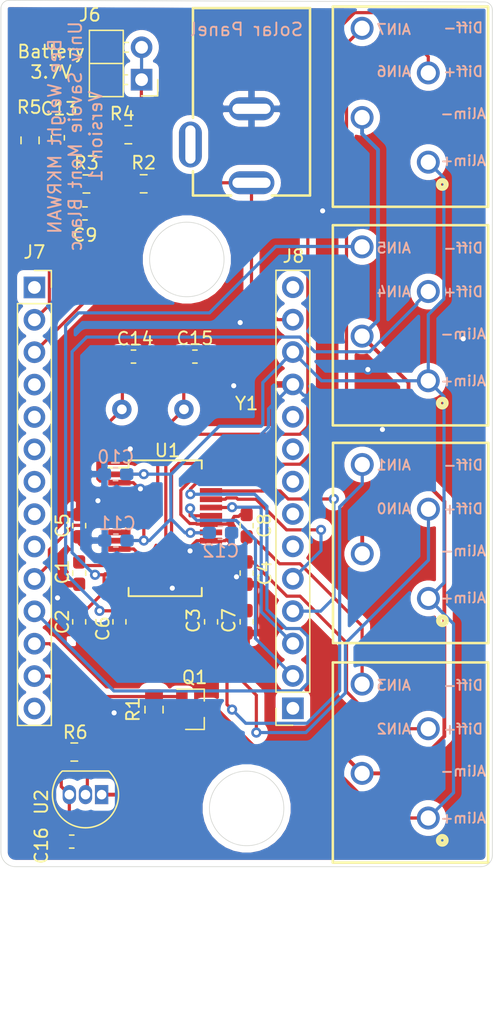
<source format=kicad_pcb>
(kicad_pcb (version 20171130) (host pcbnew "(5.1.5)-3")
  (title_block (title "Mesure Poids ADS1241 MKRWAN1310") (date 2021-05-01))
  (layers (0 F.Cu signal) (31 B.Cu signal) (34 B.Paste user) (35 F.Paste user) (36 B.SilkS user) (37 F.SilkS user) (38 B.Mask user) (39 F.Mask user) (44 Edge.Cuts user))
  (net 0 "")
  (net 1 GND)
  (net 2 /AIN1)
  (net 3 /AIN4)
  (net 4 /AIN6)
  (net 5 /AIN2)
  (net 6 /AIN0)
  (net 7 /AIN5)
  (net 8 /AIN7)
  (net 9 /AIN3)
  (net 10 /A1_D16_Vin)
  (net 11 /3V3)
  (net 12 /A0_D15_3V7_BAT)
  (net 13 "Net-(C14-Pad2)")
  (net 14 "Net-(C15-Pad1)")
  (net 15 /GND_LowPower)
  (net 16 "Net-(J6-Pad1)")
  (net 17 /AREF)
  (net 18 /A2_D17)
  (net 19 /A3_D19)
  (net 20 /A4_D19)
  (net 21 /A5_D20)
  (net 22 /A6_D21)
  (net 23 /D0)
  (net 24 /D1_PDWN)
  (net 25 /D2_DRDY)
  (net 26 /D3_CMD_MOS)
  (net 27 /D4_DS1820_DQ)
  (net 28 /D5)
  (net 29 /5V)
  (net 30 /Vin)
  (net 31 /RESET)
  (net 32 /D14_TX)
  (net 33 /D13_RX)
  (net 34 /D12_SCL)
  (net 35 /D11_SDA)
  (net 36 /D10_MISO)
  (net 37 /D9_SCLK)
  (net 38 /D8_MOSI)
  (net 39 /D7_CS)
  (net 40 /D6_USER_LED)
  (net 41 "Net-(J9-Pad3)")
  (module Connector_PinHeader_2.54mm:PinHeader_1x02_P2.54mm_Horizontal (layer F.Cu) (at 162.052 55.88 180)
    (fp_text reference J6 (at 4.064 5.08 180) (layer F.SilkS))
    (fp_text value Conn_01x02_Male)
    (pad 1 thru_hole rect (at 0 0 180) (size 1.7 1.7) (drill 1) (layers *.Cu *.Mask) (net 16 "Net-(J6-Pad1)"))
    (pad 2 thru_hole oval (at 0 2.54 180) (size 1.7 1.7) (drill 1) (layers *.Cu *.Mask) (net 16 "Net-(J6-Pad1)"))
  )
  (module USMB_Syl_Mont:Crystal-4Mhz-TH-Wurth-830027298B (layer F.Cu) (at 162.941 81.7372)
    (fp_text reference Y1 (at 7.366 -0.4572) (layer F.SilkS))
    (fp_text value Crystal)
    (pad 2 thru_hole circle (at 2.4384 0) (size 1.524 1.524) (drill 0.762) (layers *.Cu *.Mask) (net 14 "Net-(C15-Pad1)"))
    (pad 1 thru_hole circle (at -2.4384 0) (size 1.524 1.524) (drill 0.762) (layers *.Cu *.Mask) (net 13 "Net-(C14-Pad2)"))
  )
  (module Connector_PinSocket_2.54mm:PinSocket_1x14_P2.54mm_Vertical (layer F.Cu) (at 173.9392 105.1814 180)
    (fp_text reference J8 (at -0.0508 35.4584) (layer F.SilkS))
    (fp_text value Conn_01x14_Female)
    (pad 14 thru_hole oval (at 0 33.02 180) (size 1.7 1.7) (drill 1) (layers *.Cu *.Mask) (net 29 /5V))
    (pad 13 thru_hole oval (at 0 30.48 180) (size 1.7 1.7) (drill 1) (layers *.Cu *.Mask) (net 30 /Vin))
    (pad 12 thru_hole oval (at 0 27.94 180) (size 1.7 1.7) (drill 1) (layers *.Cu *.Mask) (net 11 /3V3))
    (pad 11 thru_hole oval (at 0 25.4 180) (size 1.7 1.7) (drill 1) (layers *.Cu *.Mask) (net 1 GND))
    (pad 10 thru_hole oval (at 0 22.86 180) (size 1.7 1.7) (drill 1) (layers *.Cu *.Mask) (net 31 /RESET))
    (pad 9 thru_hole oval (at 0 20.32 180) (size 1.7 1.7) (drill 1) (layers *.Cu *.Mask) (net 32 /D14_TX))
    (pad 8 thru_hole oval (at 0 17.78 180) (size 1.7 1.7) (drill 1) (layers *.Cu *.Mask) (net 33 /D13_RX))
    (pad 7 thru_hole oval (at 0 15.24 180) (size 1.7 1.7) (drill 1) (layers *.Cu *.Mask) (net 34 /D12_SCL))
    (pad 6 thru_hole oval (at 0 12.7 180) (size 1.7 1.7) (drill 1) (layers *.Cu *.Mask) (net 35 /D11_SDA))
    (pad 5 thru_hole oval (at 0 10.16 180) (size 1.7 1.7) (drill 1) (layers *.Cu *.Mask) (net 36 /D10_MISO))
    (pad 4 thru_hole oval (at 0 7.62 180) (size 1.7 1.7) (drill 1) (layers *.Cu *.Mask) (net 37 /D9_SCLK))
    (pad 3 thru_hole oval (at 0 5.08 180) (size 1.7 1.7) (drill 1) (layers *.Cu *.Mask) (net 38 /D8_MOSI))
    (pad 2 thru_hole oval (at 0 2.54 180) (size 1.7 1.7) (drill 1) (layers *.Cu *.Mask) (net 39 /D7_CS))
    (pad 1 thru_hole rect (at 0 0 180) (size 1.7 1.7) (drill 1) (layers *.Cu *.Mask) (net 40 /D6_USER_LED))
  )
  (module Connector_PinSocket_2.54mm:PinSocket_1x14_P2.54mm_Vertical (layer F.Cu) (at 153.6319 72.1741)
    (fp_text reference J7 (at 0 -2.77) (layer F.SilkS))
    (fp_text value Conn_01x14_Female)
    (pad 14 thru_hole oval (at 0 33.02) (size 1.7 1.7) (drill 1) (layers *.Cu *.Mask) (net 28 /D5))
    (pad 13 thru_hole oval (at 0 30.48) (size 1.7 1.7) (drill 1) (layers *.Cu *.Mask) (net 27 /D4_DS1820_DQ))
    (pad 12 thru_hole oval (at 0 27.94) (size 1.7 1.7) (drill 1) (layers *.Cu *.Mask) (net 26 /D3_CMD_MOS))
    (pad 11 thru_hole oval (at 0 25.4) (size 1.7 1.7) (drill 1) (layers *.Cu *.Mask) (net 25 /D2_DRDY))
    (pad 10 thru_hole oval (at 0 22.86) (size 1.7 1.7) (drill 1) (layers *.Cu *.Mask) (net 24 /D1_PDWN))
    (pad 9 thru_hole oval (at 0 20.32) (size 1.7 1.7) (drill 1) (layers *.Cu *.Mask) (net 23 /D0))
    (pad 8 thru_hole oval (at 0 17.78) (size 1.7 1.7) (drill 1) (layers *.Cu *.Mask) (net 22 /A6_D21))
    (pad 7 thru_hole oval (at 0 15.24) (size 1.7 1.7) (drill 1) (layers *.Cu *.Mask) (net 21 /A5_D20))
    (pad 6 thru_hole oval (at 0 12.7) (size 1.7 1.7) (drill 1) (layers *.Cu *.Mask) (net 20 /A4_D19))
    (pad 5 thru_hole oval (at 0 10.16) (size 1.7 1.7) (drill 1) (layers *.Cu *.Mask) (net 19 /A3_D19))
    (pad 4 thru_hole oval (at 0 7.62) (size 1.7 1.7) (drill 1) (layers *.Cu *.Mask) (net 18 /A2_D17))
    (pad 3 thru_hole oval (at 0 5.08) (size 1.7 1.7) (drill 1) (layers *.Cu *.Mask) (net 10 /A1_D16_Vin))
    (pad 2 thru_hole oval (at 0 2.54) (size 1.7 1.7) (drill 1) (layers *.Cu *.Mask) (net 12 /A0_D15_3V7_BAT))
    (pad 1 thru_hole rect (at 0 0) (size 1.7 1.7) (drill 1) (layers *.Cu *.Mask) (net 17 /AREF))
  )
  (module Capacitor_SMD:C_0603_1608Metric_Pad1.05x0.95mm_HandSolder (layer F.Cu) (at 157.1498 94.5769 270)
    (fp_text reference C1 (at -0.0889 1.3208 90) (layer F.SilkS))
    (fp_text value 10nF)
    (pad 2 smd roundrect (at 0.875 0 270) (size 1.05 0.95) (layers F.Cu F.Paste F.Mask) (net 1 GND))
    (pad 1 smd roundrect (at -0.875 0 270) (size 1.05 0.95) (layers F.Cu F.Paste F.Mask) (net 2 /AIN1))
  )
  (module Capacitor_SMD:C_0603_1608Metric_Pad1.05x0.95mm_HandSolder (layer F.Cu) (at 157.1498 98.3996 270)
    (fp_text reference C2 (at 0 1.3208 90) (layer F.SilkS))
    (fp_text value 10nF)
    (pad 2 smd roundrect (at 0.875 0 270) (size 1.05 0.95) (layers F.Cu F.Paste F.Mask) (net 1 GND))
    (pad 1 smd roundrect (at -0.875 0 270) (size 1.05 0.95) (layers F.Cu F.Paste F.Mask) (net 3 /AIN4))
  )
  (module Capacitor_SMD:C_0603_1608Metric_Pad1.05x0.95mm_HandSolder (layer F.Cu) (at 167.513 98.3996 270)
    (fp_text reference C3 (at -0.1016 1.397 90) (layer F.SilkS))
    (fp_text value 10nF)
    (pad 1 smd roundrect (at -0.875 0 270) (size 1.05 0.95) (layers F.Cu F.Paste F.Mask) (net 4 /AIN6))
    (pad 2 smd roundrect (at 0.875 0 270) (size 1.05 0.95) (layers F.Cu F.Paste F.Mask) (net 1 GND))
  )
  (module Capacitor_SMD:C_0603_1608Metric_Pad1.05x0.95mm_HandSolder (layer F.Cu) (at 170.307 94.5769 270)
    (fp_text reference C4 (at 0 -1.43 270) (layer F.SilkS))
    (fp_text value 10nF)
    (pad 1 smd roundrect (at -0.875 0 270) (size 1.05 0.95) (layers F.Cu F.Paste F.Mask) (net 5 /AIN2))
    (pad 2 smd roundrect (at 0.875 0 270) (size 1.05 0.95) (layers F.Cu F.Paste F.Mask) (net 1 GND))
  )
  (module Capacitor_SMD:C_0603_1608Metric_Pad1.05x0.95mm_HandSolder (layer F.Cu) (at 157.1498 90.8558 90)
    (fp_text reference C5 (at 0 -1.3208 90) (layer F.SilkS))
    (fp_text value 10nF)
    (pad 1 smd roundrect (at -0.875 0 90) (size 1.05 0.95) (layers F.Cu F.Paste F.Mask) (net 6 /AIN0))
    (pad 2 smd roundrect (at 0.875 0 90) (size 1.05 0.95) (layers F.Cu F.Paste F.Mask) (net 1 GND))
  )
  (module Capacitor_SMD:C_0603_1608Metric_Pad1.05x0.95mm_HandSolder (layer F.Cu) (at 160.3121 98.3996 270)
    (fp_text reference C6 (at 0.5334 1.3081 90) (layer F.SilkS))
    (fp_text value 10nF)
    (pad 1 smd roundrect (at -0.875 0 270) (size 1.05 0.95) (layers F.Cu F.Paste F.Mask) (net 7 /AIN5))
    (pad 2 smd roundrect (at 0.875 0 270) (size 1.05 0.95) (layers F.Cu F.Paste F.Mask) (net 1 GND))
  )
  (module Capacitor_SMD:C_0603_1608Metric_Pad1.05x0.95mm_HandSolder (layer F.Cu) (at 170.307 98.3996 270)
    (fp_text reference C7 (at -0.1016 1.397 90) (layer F.SilkS))
    (fp_text value 10nF)
    (pad 2 smd roundrect (at 0.875 0 270) (size 1.05 0.95) (layers F.Cu F.Paste F.Mask) (net 1 GND))
    (pad 1 smd roundrect (at -0.875 0 270) (size 1.05 0.95) (layers F.Cu F.Paste F.Mask) (net 8 /AIN7))
  )
  (module Capacitor_SMD:C_0603_1608Metric_Pad1.05x0.95mm_HandSolder (layer F.Cu) (at 170.307 90.8558 90)
    (fp_text reference C8 (at 0 1.397 90) (layer F.SilkS))
    (fp_text value 10nF)
    (pad 2 smd roundrect (at 0.875 0 90) (size 1.05 0.95) (layers F.Cu F.Paste F.Mask) (net 1 GND))
    (pad 1 smd roundrect (at -0.875 0 90) (size 1.05 0.95) (layers F.Cu F.Paste F.Mask) (net 9 /AIN3))
  )
  (module Capacitor_SMD:C_0603_1608Metric_Pad1.05x0.95mm_HandSolder (layer F.Cu) (at 157.607 66.3702 180)
    (fp_text reference C9 (at 0 -1.7018 180) (layer F.SilkS))
    (fp_text value 100nF)
    (pad 1 smd roundrect (at -0.875 0 180) (size 1.05 0.95) (layers F.Cu F.Paste F.Mask) (net 10 /A1_D16_Vin))
    (pad 2 smd roundrect (at 0.875 0 180) (size 1.05 0.95) (layers F.Cu F.Paste F.Mask) (net 1 GND))
  )
  (module Capacitor_SMD:C_0603_1608Metric_Pad1.05x0.95mm_HandSolder (layer B.Cu) (at 160.0073 86.8172)
    (fp_text reference C10 (at 0.0127 -1.3462 180) (layer B.SilkS) (effects (justify mirror)))
    (fp_text value 100nF)
    (pad 1 smd roundrect (at -0.875 0) (size 1.05 0.95) (layers B.Cu B.Paste B.Mask) (net 1 GND))
    (pad 2 smd roundrect (at 0.875 0) (size 1.05 0.95) (layers B.Cu B.Paste B.Mask) (net 11 /3V3))
  )
  (module Capacitor_SMD:C_0603_1608Metric_Pad1.05x0.95mm_HandSolder (layer B.Cu) (at 160.0327 92.0242)
    (fp_text reference C11 (at 0.1143 -1.3462) (layer B.SilkS) (effects (justify mirror)))
    (fp_text value 100nF)
    (pad 2 smd roundrect (at 0.875 0) (size 1.05 0.95) (layers B.Cu B.Paste B.Mask) (net 11 /3V3))
    (pad 1 smd roundrect (at -0.875 0) (size 1.05 0.95) (layers B.Cu B.Paste B.Mask) (net 1 GND))
  )
  (module Capacitor_SMD:C_0603_1608Metric_Pad1.05x0.95mm_HandSolder (layer B.Cu) (at 168.2496 91.4146 180)
    (fp_text reference C12 (at -0.0254 -1.4224) (layer B.SilkS) (effects (justify mirror)))
    (fp_text value 100nF)
    (pad 1 smd roundrect (at -0.875 0 180) (size 1.05 0.95) (layers B.Cu B.Paste B.Mask) (net 1 GND))
    (pad 2 smd roundrect (at 0.875 0 180) (size 1.05 0.95) (layers B.Cu B.Paste B.Mask) (net 11 /3V3))
  )
  (module Capacitor_SMD:C_0603_1608Metric_Pad1.05x0.95mm_HandSolder (layer F.Cu) (at 155.4734 60.4393 90)
    (fp_text reference C13 (at 2.2733 0.1016 180) (layer F.SilkS))
    (fp_text value 100nF)
    (pad 1 smd roundrect (at -0.875 0 90) (size 1.05 0.95) (layers F.Cu F.Paste F.Mask) (net 12 /A0_D15_3V7_BAT))
    (pad 2 smd roundrect (at 0.875 0 90) (size 1.05 0.95) (layers F.Cu F.Paste F.Mask) (net 1 GND))
  )
  (module Capacitor_SMD:C_0603_1608Metric_Pad1.05x0.95mm_HandSolder (layer F.Cu) (at 161.417 77.597 180)
    (fp_text reference C14 (at -0.127 1.397) (layer F.SilkS))
    (fp_text value 18pF)
    (pad 2 smd roundrect (at 0.875 0 180) (size 1.05 0.95) (layers F.Cu F.Paste F.Mask) (net 13 "Net-(C14-Pad2)"))
    (pad 1 smd roundrect (at -0.875 0 180) (size 1.05 0.95) (layers F.Cu F.Paste F.Mask) (net 1 GND))
  )
  (module Capacitor_SMD:C_0603_1608Metric_Pad1.05x0.95mm_HandSolder (layer F.Cu) (at 166.243 77.597)
    (fp_text reference C15 (at 0 -1.43) (layer F.SilkS))
    (fp_text value 18pF)
    (pad 2 smd roundrect (at 0.875 0) (size 1.05 0.95) (layers F.Cu F.Paste F.Mask) (net 1 GND))
    (pad 1 smd roundrect (at -0.875 0) (size 1.05 0.95) (layers F.Cu F.Paste F.Mask) (net 14 "Net-(C15-Pad1)"))
  )
  (module Capacitor_SMD:C_0603_1608Metric_Pad1.05x0.95mm_HandSolder (layer F.Cu) (at 156.5651 115.6335)
    (fp_text reference C16 (at -2.3871 0.3175 270) (layer F.SilkS))
    (fp_text value 100n)
    (pad 2 smd roundrect (at 0.875 0) (size 1.05 0.95) (layers F.Cu F.Paste F.Mask) (net 11 /3V3))
    (pad 1 smd roundrect (at -0.875 0) (size 1.05 0.95) (layers F.Cu F.Paste F.Mask) (net 1 GND))
  )
  (module "USMB_Syl_Mont:TermBlock_1x04_P3.50mm Wurth_691412120004B" (layer F.Cu) (at 181.9783 74.2442 90)
    (fp_text reference J2 hide)
    (fp_text value 691412120004B hide)
    (pad 4 thru_hole circle (at 5.25 -2.6 90) (size 1.8 1.8) (drill 1.2) (layers *.Cu *.Mask) (net 7 /AIN5))
    (pad 3 thru_hole circle (at 1.75 2.6 90) (size 1.8 1.8) (drill 1.2) (layers *.Cu *.Mask) (net 3 /AIN4))
    (pad 2 thru_hole circle (at -1.75 -2.6 90) (size 1.8 1.8) (drill 1.2) (layers *.Cu *.Mask) (net 15 /GND_LowPower))
    (pad 1 thru_hole circle (at -5.25 2.6 90) (size 1.8 1.8) (drill 1.2) (layers *.Cu *.Mask) (net 11 /3V3))
  )
  (module "USMB_Syl_Mont:TermBlock_1x04_P3.50mm Wurth_691412120004B" (layer F.Cu) (at 181.9783 57.0992 90)
    (fp_text reference J3 hide)
    (fp_text value 691412120004B hide)
    (pad 1 thru_hole circle (at -5.25 2.6 90) (size 1.8 1.8) (drill 1.2) (layers *.Cu *.Mask) (net 11 /3V3))
    (pad 2 thru_hole circle (at -1.75 -2.6 90) (size 1.8 1.8) (drill 1.2) (layers *.Cu *.Mask) (net 15 /GND_LowPower))
    (pad 3 thru_hole circle (at 1.75 2.6 90) (size 1.8 1.8) (drill 1.2) (layers *.Cu *.Mask) (net 4 /AIN6))
    (pad 4 thru_hole circle (at 5.25 -2.6 90) (size 1.8 1.8) (drill 1.2) (layers *.Cu *.Mask) (net 8 /AIN7))
  )
  (module "USMB_Syl_Mont:TermBlock_1x04_P3.50mm Wurth_691412120004B" (layer F.Cu) (at 181.9783 108.5342 90)
    (fp_text reference J4 hide)
    (fp_text value 691412120004B hide)
    (pad 1 thru_hole circle (at -5.25 2.6 90) (size 1.8 1.8) (drill 1.2) (layers *.Cu *.Mask) (net 11 /3V3))
    (pad 2 thru_hole circle (at -1.75 -2.6 90) (size 1.8 1.8) (drill 1.2) (layers *.Cu *.Mask) (net 15 /GND_LowPower))
    (pad 3 thru_hole circle (at 1.75 2.6 90) (size 1.8 1.8) (drill 1.2) (layers *.Cu *.Mask) (net 5 /AIN2))
    (pad 4 thru_hole circle (at 5.25 -2.6 90) (size 1.8 1.8) (drill 1.2) (layers *.Cu *.Mask) (net 9 /AIN3))
  )
  (module "USMB_Syl_Mont:TermBlock_1x04_P3.50mm Wurth_691412120004B" (layer F.Cu) (at 181.991 91.313 90)
    (fp_text reference J5 hide)
    (fp_text value 691412120004B hide)
    (pad 4 thru_hole circle (at 5.25 -2.6 90) (size 1.8 1.8) (drill 1.2) (layers *.Cu *.Mask) (net 2 /AIN1))
    (pad 3 thru_hole circle (at 1.75 2.6 90) (size 1.8 1.8) (drill 1.2) (layers *.Cu *.Mask) (net 6 /AIN0))
    (pad 2 thru_hole circle (at -1.75 -2.6 90) (size 1.8 1.8) (drill 1.2) (layers *.Cu *.Mask) (net 15 /GND_LowPower))
    (pad 1 thru_hole circle (at -5.25 2.6 90) (size 1.8 1.8) (drill 1.2) (layers *.Cu *.Mask) (net 11 /3V3))
  )
  (module "USMB_Syl_Mont:Jack_DC_2.1mm Wurth_694108301002" (layer F.Cu) (at 170.688 58.166 270)
    (fp_text reference J9 hide)
    (fp_text value 694108301002 hide)
    (pad 2 thru_hole oval (at 0 0 270) (size 1.8 3.6) (drill oval 0.8 3) (layers *.Cu *.Mask) (net 1 GND))
    (pad 1 thru_hole oval (at 5.8 0 270) (size 1.8 3.6) (drill oval 0.8 3) (layers *.Cu *.Mask) (net 30 /Vin))
    (pad 3 thru_hole oval (at 2.8 4.8 270) (size 3.6 1.8) (drill oval 3 0.8) (layers *.Cu *.Mask) (net 41 "Net-(J9-Pad3)"))
  )
  (module Package_TO_SOT_SMD:SOT-23 (layer F.Cu) (at 166.2176 105.2576)
    (fp_text reference Q1 (at 0 -2.5) (layer F.SilkS))
    (fp_text value IRLML2244 hide)
    (pad 1 smd rect (at -1 -0.95) (size 0.9 0.8) (layers F.Cu F.Paste F.Mask) (net 26 /D3_CMD_MOS))
    (pad 2 smd rect (at -1 0.95) (size 0.9 0.8) (layers F.Cu F.Paste F.Mask) (net 1 GND))
    (pad 3 smd rect (at 1 0) (size 0.9 0.8) (layers F.Cu F.Paste F.Mask) (net 15 /GND_LowPower))
  )
  (module Resistor_SMD:R_0805_2012Metric_Pad1.15x1.40mm_HandSolder (layer F.Cu) (at 163.0299 105.283 90)
    (fp_text reference R1 (at 0 -1.65 90) (layer F.SilkS))
    (fp_text value 1M)
    (pad 2 smd roundrect (at 1.025 0 90) (size 1.15 1.4) (layers F.Cu F.Paste F.Mask) (roundrect_rratio 0.217391) (net 26 /D3_CMD_MOS))
    (pad 1 smd roundrect (at -1.025 0 90) (size 1.15 1.4) (layers F.Cu F.Paste F.Mask) (roundrect_rratio 0.217391) (net 1 GND))
  )
  (module Resistor_SMD:R_0805_2012Metric_Pad1.15x1.40mm_HandSolder (layer F.Cu) (at 162.2171 64.0461)
    (fp_text reference R2 (at 0 -1.65 -180) (layer F.SilkS))
    (fp_text value 560k)
    (pad 1 smd roundrect (at -1.025 0) (size 1.15 1.4) (layers F.Cu F.Paste F.Mask) (roundrect_rratio 0.217391) (net 10 /A1_D16_Vin))
    (pad 2 smd roundrect (at 1.025 0) (size 1.15 1.4) (layers F.Cu F.Paste F.Mask) (roundrect_rratio 0.217391) (net 30 /Vin))
  )
  (module Resistor_SMD:R_0805_2012Metric_Pad1.15x1.40mm_HandSolder (layer F.Cu) (at 157.7213 64.0588)
    (fp_text reference R3 (at 0 -1.65 -180) (layer F.SilkS))
    (fp_text value 100k)
    (pad 2 smd roundrect (at 1.025 0) (size 1.15 1.4) (layers F.Cu F.Paste F.Mask) (roundrect_rratio 0.217391) (net 10 /A1_D16_Vin))
    (pad 1 smd roundrect (at -1.025 0) (size 1.15 1.4) (layers F.Cu F.Paste F.Mask) (roundrect_rratio 0.217391) (net 1 GND))
  )
  (module Resistor_SMD:R_0805_2012Metric_Pad1.15x1.40mm_HandSolder (layer F.Cu) (at 161.0106 60.198 180)
    (fp_text reference R4 (at 0.4826 1.651 180) (layer F.SilkS))
    (fp_text value 330k)
    (pad 2 smd roundrect (at 1.025 0 180) (size 1.15 1.4) (layers F.Cu F.Paste F.Mask) (roundrect_rratio 0.217391) (net 12 /A0_D15_3V7_BAT))
    (pad 1 smd roundrect (at -1.025 0 180) (size 1.15 1.4) (layers F.Cu F.Paste F.Mask) (roundrect_rratio 0.217391) (net 16 "Net-(J6-Pad1)"))
  )
  (module Resistor_SMD:R_0805_2012Metric_Pad1.15x1.40mm_HandSolder (layer F.Cu) (at 153.289 60.6393 90)
    (fp_text reference R5 (at 2.6003 -0.0635 180) (layer F.SilkS))
    (fp_text value 1M)
    (pad 1 smd roundrect (at -1.025 0 90) (size 1.15 1.4) (layers F.Cu F.Paste F.Mask) (roundrect_rratio 0.217391) (net 12 /A0_D15_3V7_BAT))
    (pad 2 smd roundrect (at 1.025 0 90) (size 1.15 1.4) (layers F.Cu F.Paste F.Mask) (roundrect_rratio 0.217391) (net 1 GND))
  )
  (module Resistor_SMD:R_0805_2012Metric_Pad1.15x1.40mm_HandSolder (layer F.Cu) (at 156.7651 108.6104 180)
    (fp_text reference R6 (at -0.0799 1.5494) (layer F.SilkS))
    (fp_text value 4.7k)
    (pad 1 smd roundrect (at -1.025 0 180) (size 1.15 1.4) (layers F.Cu F.Paste F.Mask) (roundrect_rratio 0.217391) (net 27 /D4_DS1820_DQ))
    (pad 2 smd roundrect (at 1.025 0 180) (size 1.15 1.4) (layers F.Cu F.Paste F.Mask) (roundrect_rratio 0.217391) (net 11 /3V3))
  )
  (module USMB_Syl_Mont:ADS1241 (layer F.Cu) (at 163.9062 84.709)
    (fp_text reference U1 (at 0.1778 0.254) (layer F.SilkS))
    (fp_text value ADS1241 hide)
    (pad 14 smd rect (at -3.6 10.575) (size 1.75 0.45) (layers F.Cu F.Paste F.Mask) (net 7 /AIN5))
    (pad 28 smd rect (at 3.6 2.125) (size 1.75 0.45) (layers F.Cu F.Paste F.Mask) (net 1 GND))
    (pad 6 smd rect (at -3.6 5.375) (size 1.75 0.45) (layers F.Cu F.Paste F.Mask))
    (pad 24 smd rect (at 3.6 4.725) (size 1.75 0.45) (layers F.Cu F.Paste F.Mask) (net 38 /D8_MOSI))
    (pad 26 smd rect (at 3.6 3.425) (size 1.75 0.45) (layers F.Cu F.Paste F.Mask) (net 37 /D9_SCLK))
    (pad 11 smd rect (at -3.6 8.625) (size 1.75 0.45) (layers F.Cu F.Paste F.Mask) (net 6 /AIN0))
    (pad 17 smd rect (at 3.6 9.275) (size 1.75 0.45) (layers F.Cu F.Paste F.Mask) (net 5 /AIN2))
    (pad 12 smd rect (at -3.6 9.275) (size 1.75 0.45) (layers F.Cu F.Paste F.Mask) (net 2 /AIN1))
    (pad 9 smd rect (at -3.6 7.325) (size 1.75 0.45) (layers F.Cu F.Paste F.Mask) (net 11 /3V3))
    (pad 15 smd rect (at 3.6 10.575) (size 1.75 0.45) (layers F.Cu F.Paste F.Mask) (net 4 /AIN6))
    (pad 19 smd rect (at 3.6 7.975) (size 1.75 0.45) (layers F.Cu F.Paste F.Mask) (net 1 GND))
    (pad 20 smd rect (at 3.6 7.325) (size 1.75 0.45) (layers F.Cu F.Paste F.Mask) (net 1 GND))
    (pad 10 smd rect (at -3.6 7.975) (size 1.75 0.45) (layers F.Cu F.Paste F.Mask) (net 1 GND))
    (pad 22 smd rect (at 3.6 6.025) (size 1.75 0.45) (layers F.Cu F.Paste F.Mask) (net 1 GND))
    (pad 7 smd rect (at -3.6 6.025) (size 1.75 0.45) (layers F.Cu F.Paste F.Mask) (net 24 /D1_PDWN))
    (pad 21 smd rect (at 3.6 6.675) (size 1.75 0.45) (layers F.Cu F.Paste F.Mask) (net 11 /3V3))
    (pad 16 smd rect (at 3.6 9.925) (size 1.75 0.45) (layers F.Cu F.Paste F.Mask) (net 8 /AIN7))
    (pad 23 smd rect (at 3.6 5.375) (size 1.75 0.45) (layers F.Cu F.Paste F.Mask) (net 39 /D7_CS))
    (pad 18 smd rect (at 3.6 8.625) (size 1.75 0.45) (layers F.Cu F.Paste F.Mask) (net 9 /AIN3))
    (pad 27 smd rect (at 3.6 2.775) (size 1.75 0.45) (layers F.Cu F.Paste F.Mask) (net 25 /D2_DRDY))
    (pad 8 smd rect (at -3.6 6.675) (size 1.75 0.45) (layers F.Cu F.Paste F.Mask))
    (pad 25 smd rect (at 3.6 4.075) (size 1.75 0.45) (layers F.Cu F.Paste F.Mask) (net 36 /D10_MISO))
    (pad 13 smd rect (at -3.6 9.925) (size 1.75 0.45) (layers F.Cu F.Paste F.Mask) (net 3 /AIN4))
    (pad 1 smd rect (at -3.6 2.125) (size 1.75 0.45) (layers F.Cu F.Paste F.Mask) (net 11 /3V3))
    (pad 3 smd rect (at -3.6 3.425) (size 1.75 0.45) (layers F.Cu F.Paste F.Mask) (net 13 "Net-(C14-Pad2)"))
    (pad 2 smd rect (at -3.6 2.775) (size 1.75 0.45) (layers F.Cu F.Paste F.Mask) (net 1 GND))
    (pad 5 smd rect (at -3.6 4.725) (size 1.75 0.45) (layers F.Cu F.Paste F.Mask) (net 11 /3V3))
    (pad 4 smd rect (at -3.6 4.075) (size 1.75 0.45) (layers F.Cu F.Paste F.Mask) (net 14 "Net-(C15-Pad1)"))
  )
  (module Package_TO_SOT_THT:TO-92_Inline (layer F.Cu) (at 158.9151 111.9505 180)
    (fp_text reference U2 (at 4.7371 -0.5715 90) (layer F.SilkS))
    (fp_text value DS18B20)
    (pad 2 thru_hole oval (at 1.27 0 180) (size 1.05 1.5) (drill 0.75) (layers *.Cu *.Mask) (net 27 /D4_DS1820_DQ))
    (pad 3 thru_hole oval (at 2.54 0 180) (size 1.05 1.5) (drill 0.75) (layers *.Cu *.Mask) (net 11 /3V3))
    (pad 1 thru_hole rect (at 0 0 180) (size 1.05 1.5) (drill 0.75) (layers *.Cu *.Mask) (net 15 /GND_LowPower))
  )
  (gr_text "Battery\n3.7V" (at 154.94 54.483) (layer F.SilkS) (effects (font (size 1 1))))
  (gr_text "Solar Panel" (at 170.307 51.943) (layer B.SilkS) (effects (font (size 1 1)) (justify mirror)))
  (gr_line (start 151.003 116.459) (end 151.003 50.292) (layer Edge.Cuts) (width 0.05))
  (gr_line (start 188.722 117.602) (end 152.146 117.602) (layer Edge.Cuts) (width 0.05))
  (gr_line (start 189.611 50.419) (end 189.611 116.713) (layer Edge.Cuts) (width 0.05))
  (gr_line (start 151.638 49.657) (end 188.976 49.784) (layer Edge.Cuts) (width 0.05))
  (gr_arc (start 152.146 116.459) (end 151.003 116.459) (angle -90) (layer Edge.Cuts) (width 0.05))
  (gr_arc (start 188.722 116.713) (end 188.722 117.602) (angle -90) (layer Edge.Cuts) (width 0.05))
  (gr_arc (start 188.976 50.419) (end 189.611 50.419) (angle -90) (layer Edge.Cuts) (width 0.05))
  (gr_arc (start 151.638 50.292) (end 151.638 49.657) (angle -90) (layer Edge.Cuts) (width 0.05))
  (gr_text AIN2 (at 181.864 106.807) (layer B.SilkS) (effects (font (size 0.8 0.8)) (justify mirror)))
  (gr_text AIN3 (at 181.864 103.378) (layer B.SilkS) (effects (font (size 0.8 0.8)) (justify mirror)))
  (gr_text AIN7 (at 181.864 51.943) (layer B.SilkS) (effects (font (size 0.8 0.8)) (justify mirror)))
  (gr_text AIN6 (at 181.864 55.245) (layer B.SilkS) (effects (font (size 0.8 0.8)) (justify mirror)))
  (gr_text AIN5 (at 181.864 69.088) (layer B.SilkS) (effects (font (size 0.8 0.8)) (justify mirror)))
  (gr_text AIN4 (at 181.864 72.517) (layer B.SilkS) (effects (font (size 0.8 0.8)) (justify mirror)))
  (gr_text AIN1 (at 181.864 86.106) (layer B.SilkS) (effects (font (size 0.8 0.8)) (justify mirror)))
  (gr_text AIN0 (at 181.864 89.535) (layer B.SilkS) (effects (font (size 0.8 0.8)) (justify mirror)))
  (gr_text Diff+ (at 187.325 55.245) (layer B.SilkS) (effects (font (size 0.8 0.8)) (justify mirror)))
  (gr_text Alim+ (at 187.325 62.23) (layer B.SilkS) (effects (font (size 0.8 0.8)) (justify mirror)))
  (gr_text Diff- (at 187.325 51.816) (layer B.SilkS) (effects (font (size 0.8 0.8)) (justify mirror)))
  (gr_text Alim- (at 187.325 58.547) (layer B.SilkS) (effects (font (size 0.8 0.8)) (justify mirror)))
  (gr_text Alim- (at 187.325 75.819) (layer B.SilkS) (effects (font (size 0.8 0.8)) (justify mirror)))
  (gr_text Diff- (at 187.325 69.088) (layer B.SilkS) (effects (font (size 0.8 0.8)) (justify mirror)))
  (gr_text Diff+ (at 187.325 72.517) (layer B.SilkS) (effects (font (size 0.8 0.8)) (justify mirror)))
  (gr_text Alim+ (at 187.325 79.502) (layer B.SilkS) (effects (font (size 0.8 0.8)) (justify mirror)))
  (gr_text Diff+ (at 187.325 89.535) (layer B.SilkS) (effects (font (size 0.8 0.8)) (justify mirror)))
  (gr_text Alim+ (at 187.325 96.52) (layer B.SilkS) (effects (font (size 0.8 0.8)) (justify mirror)))
  (gr_text Diff- (at 187.325 86.106) (layer B.SilkS) (effects (font (size 0.8 0.8)) (justify mirror)))
  (gr_text Alim- (at 187.325 92.837) (layer B.SilkS) (effects (font (size 0.8 0.8)) (justify mirror)))
  (gr_text Diff- (at 187.325 103.378) (layer B.SilkS) (effects (font (size 0.8 0.8)) (justify mirror)))
  (gr_text Diff+ (at 187.325 106.807) (layer B.SilkS) (effects (font (size 0.8 0.8)) (justify mirror)))
  (gr_text Alim- (at 187.325 110.109) (layer B.SilkS) (effects (font (size 0.8 0.8)) (justify mirror)))
  (gr_text Alim+ (at 187.325 113.792) (layer B.SilkS) (effects (font (size 0.8 0.8)) (justify mirror)))
  (gr_text "Bee Weight MKRWAN\nUniv Savoie Mont Blanc\nVersion 1" (at 156.845 60.325 90) (layer B.SilkS) (effects (font (size 1 1)) (justify mirror)))
  (gr_circle (center 165.608 69.979759) (end 168.021 71.630759) (layer Edge.Cuts) (width 0.05))
  (gr_circle (center 170.307 113.032759) (end 172.72 114.683759) (layer Edge.Cuts) (width 0.05))
  (segment (start 155.3271 59.418) (end 155.4734 59.5643) (width 0.25) (layer F.Cu) (net 1))
  (via (at 159.893 105.537) (size 0.8) (drill 0.4) (layers F.Cu B.Cu) (net 1))
  (segment (start 174.789199 80.631399) (end 178.294399 80.631399) (width 0.25) (layer B.Cu) (net 1))
  (segment (start 173.9392 79.7814) (end 174.789199 80.631399) (width 0.25) (layer B.Cu) (net 1))
  (segment (start 178.294399 80.631399) (end 180.975 83.312) (width 0.25) (layer B.Cu) (net 1))
  (via (at 180.975 83.312) (size 0.8) (drill 0.4) (layers F.Cu B.Cu) (net 1))
  (via (at 164.465 95.758) (size 0.8) (drill 0.4) (layers F.Cu B.Cu) (net 1))
  (segment (start 164.465 95.7178) (end 164.465 95.758) (width 0.25) (layer F.Cu) (net 1))
  (segment (start 160.3062 92.684) (end 161.4312 92.684) (width 0.25) (layer F.Cu) (net 1))
  (segment (start 161.4312 92.684) (end 164.465 95.7178) (width 0.25) (layer F.Cu) (net 1))
  (segment (start 172.027009 83.117401) (end 168.27641 86.868) (width 0.25) (layer B.Cu) (net 1))
  (segment (start 173.9392 79.7814) (end 172.02701 81.69359) (width 0.25) (layer B.Cu) (net 1))
  (segment (start 172.02701 81.69359) (end 172.027009 83.117401) (width 0.25) (layer B.Cu) (net 1))
  (segment (start 168.27641 86.868) (end 167.64 86.868) (width 0.25) (layer B.Cu) (net 1))
  (segment (start 170.307 90.3582) (end 170.307 89.9808) (width 0.25) (layer F.Cu) (net 1))
  (segment (start 167.5062 92.034) (end 168.6312 92.034) (width 0.25) (layer F.Cu) (net 1))
  (segment (start 166.3812 90.734) (end 167.5062 90.734) (width 0.25) (layer F.Cu) (net 1))
  (segment (start 166.336799 90.689599) (end 166.3812 90.734) (width 0.25) (layer F.Cu) (net 1))
  (segment (start 165.839904 90.689599) (end 166.336799 90.689599) (width 0.25) (layer F.Cu) (net 1))
  (segment (start 165.136999 89.986694) (end 165.839904 90.689599) (width 0.25) (layer F.Cu) (net 1))
  (segment (start 165.136999 88.078201) (end 165.136999 89.986694) (width 0.25) (layer F.Cu) (net 1))
  (segment (start 166.3812 86.834) (end 165.136999 88.078201) (width 0.25) (layer F.Cu) (net 1))
  (segment (start 167.5062 86.834) (end 166.3812 86.834) (width 0.25) (layer F.Cu) (net 1))
  (segment (start 171.10701 98.94959) (end 170.782 99.2746) (width 0.25) (layer F.Cu) (net 1))
  (segment (start 171.10701 95.77691) (end 171.10701 98.94959) (width 0.25) (layer F.Cu) (net 1))
  (segment (start 170.782 95.4519) (end 171.10701 95.77691) (width 0.25) (layer F.Cu) (net 1))
  (segment (start 170.782 99.2746) (end 170.307 99.2746) (width 0.25) (layer F.Cu) (net 1))
  (segment (start 170.307 95.4519) (end 170.782 95.4519) (width 0.25) (layer F.Cu) (net 1))
  (segment (start 167.513 99.2746) (end 170.307 99.2746) (width 0.25) (layer F.Cu) (net 1))
  (segment (start 169.832 95.4519) (end 169.418 95.0379) (width 0.25) (layer F.Cu) (net 1))
  (segment (start 170.307 95.4519) (end 169.832 95.4519) (width 0.25) (layer F.Cu) (net 1))
  (via (at 169.507959 94.868037) (size 0.8) (drill 0.4) (layers F.Cu B.Cu) (net 1))
  (segment (start 169.418 95.0379) (end 169.418 94.957996) (width 0.25) (layer F.Cu) (net 1))
  (segment (start 169.418 94.957996) (end 169.507959 94.868037) (width 0.25) (layer F.Cu) (net 1))
  (via (at 161.163 84.836) (size 0.8) (drill 0.4) (layers F.Cu B.Cu) (net 1))
  (segment (start 160.3062 87.484) (end 161.398 87.484) (width 0.25) (layer F.Cu) (net 1))
  (segment (start 161.398 87.484) (end 161.880847 87.966847) (width 0.25) (layer F.Cu) (net 1))
  (via (at 161.959847 87.966847) (size 0.8) (drill 0.4) (layers F.Cu B.Cu) (net 1))
  (segment (start 161.880847 87.966847) (end 161.959847 87.966847) (width 0.25) (layer F.Cu) (net 1))
  (segment (start 157.1498 89.4558) (end 157.7056 88.9) (width 0.25) (layer F.Cu) (net 1))
  (segment (start 157.1498 89.9808) (end 157.1498 89.4558) (width 0.25) (layer F.Cu) (net 1))
  (segment (start 157.7056 88.9) (end 158.623 88.9) (width 0.25) (layer F.Cu) (net 1))
  (segment (start 158.623 88.9) (end 158.623 88.9) (width 0.25) (layer F.Cu) (net 1))
  (via (at 158.623 88.9) (size 0.8) (drill 0.4) (layers F.Cu B.Cu) (net 1))
  (via (at 155.448 96.52) (size 0.8) (drill 0.4) (layers F.Cu B.Cu) (net 1))
  (via (at 169.291 79.883) (size 0.8) (drill 0.4) (layers F.Cu B.Cu) (net 1))
  (via (at 169.799 74.93) (size 0.8) (drill 0.4) (layers F.Cu B.Cu) (net 1))
  (via (at 179.832 78.613) (size 0.8) (drill 0.4) (layers F.Cu B.Cu) (net 1))
  (via (at 187.325 76.2) (size 0.8) (drill 0.4) (layers F.Cu B.Cu) (net 1))
  (via (at 176.276 66.167) (size 0.8) (drill 0.4) (layers F.Cu B.Cu) (net 1))
  (segment (start 169.679799 90.133001) (end 169.832 89.9808) (width 0.25) (layer F.Cu) (net 1))
  (segment (start 169.327999 90.133001) (end 169.679799 90.133001) (width 0.25) (layer F.Cu) (net 1))
  (segment (start 169.832 89.9808) (end 170.307 89.9808) (width 0.25) (layer F.Cu) (net 1))
  (segment (start 167.5062 90.734) (end 168.727 90.734) (width 0.25) (layer F.Cu) (net 1))
  (segment (start 169.164 91.5012) (end 169.164 90.424) (width 0.25) (layer F.Cu) (net 1))
  (segment (start 168.6312 92.034) (end 169.164 91.5012) (width 0.25) (layer F.Cu) (net 1))
  (segment (start 169.164 90.424) (end 169.327999 90.133001) (width 0.25) (layer F.Cu) (net 1))
  (segment (start 169.015409 90.529409) (end 169.164 90.424) (width 0.25) (layer F.Cu) (net 1))
  (segment (start 168.727 90.734) (end 169.015409 90.529409) (width 0.25) (layer F.Cu) (net 1))
  (segment (start 166.3812 92.034) (end 165.862 92.5532) (width 0.25) (layer F.Cu) (net 1))
  (segment (start 167.5062 92.034) (end 166.3812 92.034) (width 0.25) (layer F.Cu) (net 1))
  (segment (start 165.862 92.5532) (end 165.862 92.837) (width 0.25) (layer F.Cu) (net 1))
  (segment (start 165.862 92.837) (end 165.862 92.837) (width 0.25) (layer F.Cu) (net 1))
  (via (at 165.862 92.837) (size 0.8) (drill 0.4) (layers F.Cu B.Cu) (net 1))
  (segment (start 166.015 92.684) (end 165.862 92.837) (width 0.25) (layer F.Cu) (net 1))
  (segment (start 167.5062 92.684) (end 166.015 92.684) (width 0.25) (layer F.Cu) (net 1))
  (segment (start 168.6312 92.684) (end 168.9862 92.329) (width 0.25) (layer F.Cu) (net 1))
  (segment (start 167.5062 92.684) (end 168.6312 92.684) (width 0.25) (layer F.Cu) (net 1))
  (segment (start 175.049201 106.356401) (end 170.237401 106.356401) (width 0.25) (layer B.Cu) (net 2))
  (segment (start 177.61501 103.790592) (end 175.049201 106.356401) (width 0.25) (layer B.Cu) (net 2))
  (segment (start 177.61501 89.38279) (end 177.61501 103.790592) (width 0.25) (layer B.Cu) (net 2))
  (segment (start 179.391 86.063) (end 179.391 87.6068) (width 0.25) (layer B.Cu) (net 2))
  (segment (start 179.391 87.6068) (end 177.61501 89.38279) (width 0.25) (layer B.Cu) (net 2))
  (via (at 169.164 105.283) (size 0.8) (drill 0.4) (layers F.Cu B.Cu) (net 2))
  (segment (start 170.237401 106.356401) (end 169.164 105.283) (width 0.25) (layer B.Cu) (net 2))
  (segment (start 161.4312 93.984) (end 160.3062 93.984) (width 0.25) (layer F.Cu) (net 2))
  (segment (start 168.764001 102.597001) (end 161.506201 95.339201) (width 0.25) (layer F.Cu) (net 2))
  (segment (start 168.764001 104.883001) (end 168.764001 102.597001) (width 0.25) (layer F.Cu) (net 2))
  (segment (start 161.506201 94.059001) (end 161.4312 93.984) (width 0.25) (layer F.Cu) (net 2))
  (segment (start 161.506201 95.339201) (end 161.506201 94.059001) (width 0.25) (layer F.Cu) (net 2))
  (segment (start 169.164 105.283) (end 168.764001 104.883001) (width 0.25) (layer F.Cu) (net 2))
  (segment (start 157.4319 93.984) (end 157.1498 93.7019) (width 0.25) (layer F.Cu) (net 2))
  (segment (start 160.3062 93.984) (end 157.4319 93.984) (width 0.25) (layer F.Cu) (net 2))
  (segment (start 159.106199 96.043201) (end 159.106199 94.709001) (width 0.25) (layer F.Cu) (net 3))
  (segment (start 157.6248 97.5246) (end 159.106199 96.043201) (width 0.25) (layer F.Cu) (net 3))
  (segment (start 159.1812 94.634) (end 160.3062 94.634) (width 0.25) (layer F.Cu) (net 3))
  (segment (start 159.106199 94.709001) (end 159.1812 94.634) (width 0.25) (layer F.Cu) (net 3))
  (segment (start 157.1498 97.5246) (end 157.6248 97.5246) (width 0.25) (layer F.Cu) (net 3))
  (segment (start 174.503201 76.066399) (end 157.740601 76.066399) (width 0.25) (layer B.Cu) (net 3))
  (segment (start 183.678301 73.394199) (end 183.678301 73.507201) (width 0.25) (layer B.Cu) (net 3))
  (segment (start 184.5783 72.4942) (end 183.678301 73.394199) (width 0.25) (layer B.Cu) (net 3))
  (segment (start 183.678301 73.507201) (end 179.966301 77.219201) (width 0.25) (layer B.Cu) (net 3))
  (segment (start 175.656003 77.219201) (end 174.503201 76.066399) (width 0.25) (layer B.Cu) (net 3))
  (segment (start 179.966301 77.219201) (end 175.656003 77.219201) (width 0.25) (layer B.Cu) (net 3))
  (segment (start 157.740601 76.066399) (end 156.591 77.216) (width 0.25) (layer B.Cu) (net 3))
  (segment (start 156.591 77.216) (end 156.591 92.964) (width 0.25) (layer B.Cu) (net 3))
  (via (at 158.396858 94.709) (size 0.8) (drill 0.4) (layers F.Cu B.Cu) (net 3))
  (segment (start 156.591 92.964) (end 158.336 94.709) (width 0.25) (layer B.Cu) (net 3))
  (segment (start 158.336 94.709) (end 158.396858 94.709) (width 0.25) (layer B.Cu) (net 3))
  (segment (start 160.2312 94.709) (end 160.3062 94.634) (width 0.25) (layer F.Cu) (net 3))
  (segment (start 158.396858 94.709) (end 160.2312 94.709) (width 0.25) (layer F.Cu) (net 3))
  (segment (start 167.513 95.2908) (end 167.5062 95.284) (width 0.25) (layer F.Cu) (net 4))
  (segment (start 167.513 97.5246) (end 167.513 95.2908) (width 0.25) (layer F.Cu) (net 4))
  (segment (start 164.71239 93.61519) (end 166.3812 95.284) (width 0.25) (layer F.Cu) (net 4))
  (segment (start 175.114201 54.300297) (end 175.114201 83.075399) (width 0.25) (layer F.Cu) (net 4))
  (segment (start 166.3812 95.284) (end 167.5062 95.284) (width 0.25) (layer F.Cu) (net 4))
  (segment (start 184.5783 55.3492) (end 184.5783 54.076408) (width 0.25) (layer F.Cu) (net 4))
  (segment (start 175.114201 83.075399) (end 174.503201 83.686399) (width 0.25) (layer F.Cu) (net 4))
  (segment (start 181.126091 50.624199) (end 178.790299 50.624199) (width 0.25) (layer F.Cu) (net 4))
  (segment (start 184.5783 54.076408) (end 181.126091 50.624199) (width 0.25) (layer F.Cu) (net 4))
  (segment (start 163.957 92.8878) (end 164.7698 93.7006) (width 0.25) (layer F.Cu) (net 4))
  (segment (start 178.790299 50.624199) (end 175.114201 54.300297) (width 0.25) (layer F.Cu) (net 4))
  (segment (start 174.503201 83.686399) (end 166.300401 83.686399) (width 0.25) (layer F.Cu) (net 4))
  (segment (start 166.300401 83.686399) (end 163.957 86.0298) (width 0.25) (layer F.Cu) (net 4))
  (segment (start 163.957 86.0298) (end 163.957 92.8878) (width 0.25) (layer F.Cu) (net 4))
  (segment (start 164.7698 93.7006) (end 164.71239 93.61519) (width 0.25) (layer F.Cu) (net 4))
  (segment (start 170.0249 93.984) (end 170.307 93.7019) (width 0.25) (layer F.Cu) (net 5))
  (segment (start 167.5062 93.984) (end 170.0249 93.984) (width 0.25) (layer F.Cu) (net 5))
  (segment (start 183.305508 106.7842) (end 184.5783 106.7842) (width 0.25) (layer F.Cu) (net 5))
  (segment (start 178.153299 103.872201) (end 181.065298 106.7842) (width 0.25) (layer F.Cu) (net 5))
  (segment (start 178.153299 100.036497) (end 178.153299 103.872201) (width 0.25) (layer F.Cu) (net 5))
  (segment (start 173.466499 96.386399) (end 174.503201 96.386399) (width 0.25) (layer F.Cu) (net 5))
  (segment (start 181.065298 106.7842) (end 183.305508 106.7842) (width 0.25) (layer F.Cu) (net 5))
  (segment (start 170.782 93.7019) (end 173.466499 96.386399) (width 0.25) (layer F.Cu) (net 5))
  (segment (start 174.503201 96.386399) (end 178.153299 100.036497) (width 0.25) (layer F.Cu) (net 5))
  (segment (start 170.307 93.7019) (end 170.782 93.7019) (width 0.25) (layer F.Cu) (net 5))
  (via (at 171.069 107.081401) (size 0.8) (drill 0.4) (layers F.Cu B.Cu) (net 6))
  (segment (start 184.591 93.559401) (end 178.06502 100.085381) (width 0.25) (layer B.Cu) (net 6))
  (segment (start 178.06502 100.085381) (end 178.065019 103.976993) (width 0.25) (layer B.Cu) (net 6))
  (segment (start 184.591 89.563) (end 184.591 93.559401) (width 0.25) (layer B.Cu) (net 6))
  (segment (start 174.960611 107.081401) (end 171.069 107.081401) (width 0.25) (layer B.Cu) (net 6))
  (segment (start 178.065019 103.976993) (end 174.960611 107.081401) (width 0.25) (layer B.Cu) (net 6))
  (segment (start 161.4312 93.334) (end 160.3062 93.334) (width 0.25) (layer F.Cu) (net 6))
  (segment (start 161.95621 93.85901) (end 161.4312 93.334) (width 0.25) (layer F.Cu) (net 6))
  (segment (start 171.069 104.15111) (end 161.95621 95.03832) (width 0.25) (layer F.Cu) (net 6))
  (segment (start 161.95621 95.03832) (end 161.95621 93.85901) (width 0.25) (layer F.Cu) (net 6))
  (segment (start 171.069 107.081401) (end 171.069 104.15111) (width 0.25) (layer F.Cu) (net 6))
  (segment (start 157.1498 92.2558) (end 157.1498 91.7308) (width 0.25) (layer F.Cu) (net 6))
  (segment (start 158.228 93.334) (end 157.1498 92.2558) (width 0.25) (layer F.Cu) (net 6))
  (segment (start 160.3062 93.334) (end 158.228 93.334) (width 0.25) (layer F.Cu) (net 6))
  (segment (start 160.3121 95.2899) (end 160.3062 95.284) (width 0.25) (layer F.Cu) (net 7))
  (segment (start 160.3121 97.5246) (end 160.3121 95.2899) (width 0.25) (layer F.Cu) (net 7))
  (segment (start 156.21 75.057) (end 156.083 75.184) (width 0.25) (layer B.Cu) (net 7))
  (segment (start 156.083 75.184) (end 156.083 93.472) (width 0.25) (layer B.Cu) (net 7))
  (segment (start 156.083 93.472) (end 156.083 94.234) (width 0.25) (layer B.Cu) (net 7))
  (segment (start 156.083 94.234) (end 156.083 94.615) (width 0.25) (layer B.Cu) (net 7))
  (segment (start 156.083 94.615) (end 158.75 97.282) (width 0.25) (layer B.Cu) (net 7))
  (via (at 158.75 97.536) (size 0.8) (drill 0.4) (layers F.Cu B.Cu) (net 7))
  (segment (start 158.75 97.282) (end 158.75 97.536) (width 0.25) (layer B.Cu) (net 7))
  (segment (start 160.3007 97.536) (end 160.3121 97.5246) (width 0.25) (layer F.Cu) (net 7))
  (segment (start 158.75 97.536) (end 160.3007 97.536) (width 0.25) (layer F.Cu) (net 7))
  (segment (start 172.593 68.961) (end 178.308 68.961) (width 0.25) (layer B.Cu) (net 7))
  (segment (start 179.3783 68.9942) (end 178.308 68.961) (width 0.25) (layer B.Cu) (net 7))
  (segment (start 157.099 74.168) (end 167.386 74.168) (width 0.25) (layer B.Cu) (net 7))
  (segment (start 156.083 75.184) (end 157.099 74.168) (width 0.25) (layer B.Cu) (net 7))
  (segment (start 167.386 74.168) (end 172.593 68.961) (width 0.25) (layer B.Cu) (net 7))
  (segment (start 167.5062 94.634) (end 168.541202 94.634) (width 0.25) (layer F.Cu) (net 8))
  (segment (start 164.9476 85.979) (end 171.3484 85.979) (width 0.25) (layer F.Cu) (net 8))
  (segment (start 178.153299 53.074201) (end 179.3783 51.8492) (width 0.25) (layer F.Cu) (net 8))
  (segment (start 164.40701 86.51959) (end 164.9476 85.979) (width 0.25) (layer F.Cu) (net 8))
  (segment (start 167.5062 94.634) (end 166.643 94.634) (width 0.25) (layer F.Cu) (net 8))
  (segment (start 166.643 94.634) (end 166.56091 94.55191) (width 0.25) (layer F.Cu) (net 8))
  (segment (start 164.40701 92.569812) (end 164.40701 86.51959) (width 0.25) (layer F.Cu) (net 8))
  (segment (start 166.56091 94.55191) (end 166.389108 94.55191) (width 0.25) (layer F.Cu) (net 8))
  (segment (start 178.153299 82.386303) (end 178.153299 53.074201) (width 0.25) (layer F.Cu) (net 8))
  (segment (start 166.389108 94.55191) (end 164.40701 92.569812) (width 0.25) (layer F.Cu) (net 8))
  (segment (start 168.541202 94.634) (end 168.783 94.875798) (width 0.25) (layer F.Cu) (net 8))
  (segment (start 169.832 97.5246) (end 170.307 97.5246) (width 0.25) (layer F.Cu) (net 8))
  (segment (start 168.783 96.4756) (end 169.832 97.5246) (width 0.25) (layer F.Cu) (net 8))
  (segment (start 168.783 94.875798) (end 168.783 96.4756) (width 0.25) (layer F.Cu) (net 8))
  (segment (start 174.503201 86.036401) (end 178.153299 82.386303) (width 0.25) (layer F.Cu) (net 8))
  (segment (start 171.405801 86.036401) (end 174.503201 86.036401) (width 0.25) (layer F.Cu) (net 8))
  (segment (start 171.3484 85.979) (end 171.405801 86.036401) (width 0.25) (layer F.Cu) (net 8))
  (segment (start 168.6312 93.334) (end 167.5062 93.334) (width 0.25) (layer F.Cu) (net 9))
  (segment (start 169.2288 93.334) (end 168.6312 93.334) (width 0.25) (layer F.Cu) (net 9))
  (segment (start 170.307 92.2558) (end 169.2288 93.334) (width 0.25) (layer F.Cu) (net 9))
  (segment (start 170.307 91.7308) (end 170.307 92.2558) (width 0.25) (layer F.Cu) (net 9))
  (segment (start 179.3783 98.721498) (end 179.3783 102.011408) (width 0.25) (layer F.Cu) (net 9))
  (segment (start 174.503201 93.846399) (end 179.3783 98.721498) (width 0.25) (layer F.Cu) (net 9))
  (segment (start 179.3783 102.011408) (end 179.3783 103.2842) (width 0.25) (layer F.Cu) (net 9))
  (segment (start 170.782 91.7308) (end 172.897599 93.846399) (width 0.25) (layer F.Cu) (net 9))
  (segment (start 172.897599 93.846399) (end 174.503201 93.846399) (width 0.25) (layer F.Cu) (net 9))
  (segment (start 170.307 91.7308) (end 170.782 91.7308) (width 0.25) (layer F.Cu) (net 9))
  (segment (start 161.1794 64.0588) (end 161.1921 64.0461) (width 0.25) (layer F.Cu) (net 10))
  (segment (start 158.7463 64.0588) (end 161.1794 64.0588) (width 0.25) (layer F.Cu) (net 10))
  (segment (start 158.482 64.3231) (end 158.7463 64.0588) (width 0.25) (layer F.Cu) (net 10))
  (segment (start 158.482 66.3702) (end 158.482 64.3231) (width 0.25) (layer F.Cu) (net 10))
  (segment (start 158.482 72.404) (end 153.6319 77.2541) (width 0.25) (layer F.Cu) (net 10))
  (segment (start 158.482 66.3702) (end 158.482 72.404) (width 0.25) (layer F.Cu) (net 10))
  (segment (start 156.3751 112.9505) (end 156.3751 111.9505) (width 0.25) (layer F.Cu) (net 11))
  (segment (start 156.3751 114.0935) (end 156.3751 112.9505) (width 0.25) (layer F.Cu) (net 11))
  (segment (start 157.4401 115.1585) (end 156.3751 114.0935) (width 0.25) (layer F.Cu) (net 11))
  (segment (start 157.4401 115.6335) (end 157.4401 115.1585) (width 0.25) (layer F.Cu) (net 11))
  (segment (start 176.192 79.4942) (end 184.5783 79.4942) (width 0.25) (layer B.Cu) (net 11))
  (segment (start 173.9392 77.2414) (end 176.192 79.4942) (width 0.25) (layer B.Cu) (net 11))
  (segment (start 185.803301 63.574201) (end 185.478299 63.249199) (width 0.25) (layer B.Cu) (net 11))
  (segment (start 185.803301 73.082201) (end 185.803301 63.574201) (width 0.25) (layer B.Cu) (net 11))
  (segment (start 184.5783 74.307202) (end 185.803301 73.082201) (width 0.25) (layer B.Cu) (net 11))
  (segment (start 185.478299 63.249199) (end 184.5783 62.3492) (width 0.25) (layer B.Cu) (net 11))
  (segment (start 184.5783 79.4942) (end 184.5783 74.307202) (width 0.25) (layer B.Cu) (net 11))
  (segment (start 155.7401 111.3155) (end 156.3751 111.9505) (width 0.25) (layer F.Cu) (net 11))
  (segment (start 155.7401 108.6104) (end 155.7401 111.3155) (width 0.25) (layer F.Cu) (net 11))
  (segment (start 164.3634 86.8172) (end 162.2298 86.8172) (width 0.25) (layer B.Cu) (net 11))
  (segment (start 165.4556 91.4146) (end 165.8874 91.4146) (width 0.25) (layer B.Cu) (net 11))
  (segment (start 164.3634 90.3224) (end 165.4556 91.4146) (width 0.25) (layer B.Cu) (net 11))
  (segment (start 162.6616 92.0242) (end 162.2298 92.0242) (width 0.25) (layer B.Cu) (net 11))
  (segment (start 164.3634 90.3224) (end 162.6616 92.0242) (width 0.25) (layer B.Cu) (net 11))
  (segment (start 162.2298 86.8172) (end 160.8823 86.8172) (width 0.25) (layer B.Cu) (net 11))
  (via (at 162.2298 86.8172) (size 0.8) (drill 0.4) (layers F.Cu B.Cu) (net 11))
  (segment (start 160.323 86.8172) (end 160.3062 86.834) (width 0.25) (layer F.Cu) (net 11))
  (segment (start 162.2298 86.8172) (end 160.323 86.8172) (width 0.25) (layer F.Cu) (net 11))
  (segment (start 162.2298 92.0242) (end 160.9077 92.0242) (width 0.25) (layer B.Cu) (net 11))
  (via (at 162.2298 92.0242) (size 0.8) (drill 0.4) (layers F.Cu B.Cu) (net 11))
  (segment (start 165.8874 91.4146) (end 167.3746 91.4146) (width 0.25) (layer B.Cu) (net 11))
  (via (at 165.8874 91.4146) (size 0.8) (drill 0.4) (layers F.Cu B.Cu) (net 11))
  (segment (start 160.316 92.0242) (end 160.3062 92.034) (width 0.25) (layer F.Cu) (net 11))
  (segment (start 162.2298 92.0242) (end 160.316 92.0242) (width 0.25) (layer F.Cu) (net 11))
  (segment (start 167.4756 91.4146) (end 167.5062 91.384) (width 0.25) (layer F.Cu) (net 11))
  (segment (start 165.8874 91.4146) (end 167.4756 91.4146) (width 0.25) (layer F.Cu) (net 11))
  (segment (start 162.2298 91.458515) (end 162.2298 92.0242) (width 0.25) (layer F.Cu) (net 11))
  (segment (start 161.4312 89.434) (end 162.2298 90.2326) (width 0.25) (layer F.Cu) (net 11))
  (segment (start 162.2298 90.2326) (end 162.2298 91.458515) (width 0.25) (layer F.Cu) (net 11))
  (segment (start 160.3062 89.434) (end 161.4312 89.434) (width 0.25) (layer F.Cu) (net 11))
  (segment (start 173.089201 78.091399) (end 173.089201 78.116799) (width 0.25) (layer B.Cu) (net 11))
  (segment (start 173.9392 77.2414) (end 173.089201 78.091399) (width 0.25) (layer B.Cu) (net 11))
  (segment (start 173.089201 78.116799) (end 171.577 79.629) (width 0.25) (layer B.Cu) (net 11))
  (segment (start 171.577 79.629) (end 171.577 82.931) (width 0.25) (layer B.Cu) (net 11))
  (segment (start 171.577 82.931) (end 171.45 83.058) (width 0.25) (layer B.Cu) (net 11))
  (segment (start 171.45 83.058) (end 168.148 83.058) (width 0.25) (layer B.Cu) (net 11))
  (segment (start 168.148 83.058) (end 164.338 86.868) (width 0.25) (layer B.Cu) (net 11))
  (segment (start 164.3634 86.8172) (end 164.338 86.868) (width 0.25) (layer B.Cu) (net 11))
  (segment (start 164.338 86.868) (end 164.3634 90.3224) (width 0.25) (layer B.Cu) (net 11))
  (segment (start 185.490999 95.663001) (end 184.591 96.563) (width 0.25) (layer B.Cu) (net 11))
  (segment (start 185.816001 95.337999) (end 185.490999 95.663001) (width 0.25) (layer B.Cu) (net 11))
  (segment (start 185.816001 80.731901) (end 185.816001 95.337999) (width 0.25) (layer B.Cu) (net 11))
  (segment (start 184.5783 79.4942) (end 185.816001 80.731901) (width 0.25) (layer B.Cu) (net 11))
  (segment (start 185.490999 97.462999) (end 185.490999 97.479999) (width 0.25) (layer B.Cu) (net 11))
  (segment (start 184.591 96.563) (end 185.490999 97.462999) (width 0.25) (layer B.Cu) (net 11))
  (segment (start 185.490999 97.479999) (end 186.563 98.552) (width 0.25) (layer B.Cu) (net 11))
  (segment (start 186.563 111.7995) (end 184.5783 113.7842) (width 0.25) (layer B.Cu) (net 11))
  (segment (start 186.563 98.552) (end 186.563 111.7995) (width 0.25) (layer B.Cu) (net 11))
  (segment (start 158.213464 115.6335) (end 163.991964 109.855) (width 0.25) (layer F.Cu) (net 11))
  (segment (start 157.4401 115.6335) (end 158.213464 115.6335) (width 0.25) (layer F.Cu) (net 11))
  (segment (start 183.305508 113.7842) (end 184.5783 113.7842) (width 0.25) (layer F.Cu) (net 11))
  (segment (start 181.065298 113.7842) (end 183.305508 113.7842) (width 0.25) (layer F.Cu) (net 11))
  (segment (start 177.136098 109.855) (end 181.065298 113.7842) (width 0.25) (layer F.Cu) (net 11))
  (segment (start 163.991964 109.855) (end 164.084 109.855) (width 0.25) (layer F.Cu) (net 11))
  (segment (start 164.084 109.855) (end 164.719 109.22) (width 0.25) (layer F.Cu) (net 11))
  (segment (start 176.53 109.22) (end 177.165 109.855) (width 0.25) (layer F.Cu) (net 11))
  (segment (start 164.719 109.22) (end 176.53 109.22) (width 0.25) (layer F.Cu) (net 11))
  (segment (start 177.165 109.855) (end 177.136098 109.855) (width 0.25) (layer F.Cu) (net 11))
  (segment (start 155.1234 61.6643) (end 155.4734 61.3143) (width 0.25) (layer F.Cu) (net 12))
  (segment (start 152.8445 61.6643) (end 155.1234 61.6643) (width 0.25) (layer F.Cu) (net 12))
  (segment (start 152.8445 61.6643) (end 152.8445 62.2393) (width 0.25) (layer F.Cu) (net 12))
  (segment (start 155.4734 61.3143) (end 157.8877 61.3143) (width 0.25) (layer F.Cu) (net 12))
  (segment (start 159.004 60.198) (end 159.9856 60.198) (width 0.25) (layer F.Cu) (net 12))
  (segment (start 157.8877 61.3143) (end 159.004 60.198) (width 0.25) (layer F.Cu) (net 12))
  (segment (start 153.989 61.6643) (end 153.289 61.6643) (width 0.25) (layer F.Cu) (net 12))
  (segment (start 154.806901 62.482201) (end 153.989 61.6643) (width 0.25) (layer F.Cu) (net 12))
  (segment (start 154.806901 73.539099) (end 154.806901 62.482201) (width 0.25) (layer F.Cu) (net 12))
  (segment (start 153.6319 74.7141) (end 154.806901 73.539099) (width 0.25) (layer F.Cu) (net 12))
  (segment (start 157.861 84.287499) (end 157.861 87.503) (width 0.25) (layer F.Cu) (net 13))
  (segment (start 158.492 88.134) (end 160.3062 88.134) (width 0.25) (layer F.Cu) (net 13))
  (segment (start 157.861 87.503) (end 158.492 88.134) (width 0.25) (layer F.Cu) (net 13))
  (segment (start 160.542 81.6978) (end 160.5026 81.7372) (width 0.25) (layer F.Cu) (net 13))
  (segment (start 160.542 77.597) (end 160.542 81.6978) (width 0.25) (layer F.Cu) (net 13))
  (segment (start 157.952301 84.287499) (end 160.5026 81.7372) (width 0.25) (layer F.Cu) (net 13))
  (segment (start 157.861 84.287499) (end 157.952301 84.287499) (width 0.25) (layer F.Cu) (net 13))
  (segment (start 165.368 81.7258) (end 165.3794 81.7372) (width 0.25) (layer F.Cu) (net 14))
  (segment (start 165.368 77.597) (end 165.368 81.7258) (width 0.25) (layer F.Cu) (net 14))
  (segment (start 165.3794 81.7372) (end 163.322 83.7946) (width 0.25) (layer F.Cu) (net 14))
  (segment (start 163.322 83.7946) (end 163.322 87.63) (width 0.25) (layer F.Cu) (net 14))
  (segment (start 162.168 88.784) (end 160.3062 88.784) (width 0.25) (layer F.Cu) (net 14))
  (segment (start 163.322 87.63) (end 162.168 88.784) (width 0.25) (layer F.Cu) (net 14))
  (segment (start 183.028301 79.644201) (end 183.028301 87.489201) (width 0.3) (layer F.Cu) (net 15))
  (segment (start 179.3783 75.9942) (end 183.028301 79.644201) (width 0.3) (layer F.Cu) (net 15))
  (segment (start 180.628301 61.371993) (end 180.628301 74.744199) (width 0.3) (layer B.Cu) (net 15))
  (segment (start 180.278299 75.094201) (end 179.3783 75.9942) (width 0.3) (layer B.Cu) (net 15))
  (segment (start 179.3783 60.121992) (end 180.628301 61.371993) (width 0.3) (layer B.Cu) (net 15))
  (segment (start 180.628301 74.744199) (end 180.278299 75.094201) (width 0.3) (layer B.Cu) (net 15))
  (segment (start 179.3783 58.8492) (end 179.3783 60.121992) (width 0.3) (layer B.Cu) (net 15))
  (segment (start 159.7401 111.9505) (end 158.9151 111.9505) (width 0.3) (layer F.Cu) (net 15))
  (segment (start 161.2247 111.9505) (end 159.7401 111.9505) (width 0.3) (layer F.Cu) (net 15))
  (segment (start 167.2176 105.9576) (end 161.2247 111.9505) (width 0.3) (layer F.Cu) (net 15))
  (segment (start 167.2176 105.2576) (end 167.2176 105.9576) (width 0.3) (layer F.Cu) (net 15))
  (segment (start 177.6791 108.585) (end 179.3783 110.2842) (width 0.3) (layer F.Cu) (net 15))
  (segment (start 171.295 108.585) (end 177.6791 108.585) (width 0.3) (layer F.Cu) (net 15))
  (segment (start 167.2176 105.2576) (end 167.9676 105.2576) (width 0.3) (layer F.Cu) (net 15))
  (segment (start 167.9676 105.2576) (end 171.295 108.585) (width 0.3) (layer F.Cu) (net 15))
  (segment (start 183.028301 87.489201) (end 183.020799 87.489201) (width 0.3) (layer F.Cu) (net 15))
  (segment (start 179.391 91.119) (end 179.391 93.063) (width 0.3) (layer F.Cu) (net 15))
  (segment (start 183.020799 87.489201) (end 179.391 91.119) (width 0.3) (layer F.Cu) (net 15))
  (segment (start 180.651092 110.2842) (end 179.3783 110.2842) (width 0.3) (layer F.Cu) (net 15))
  (segment (start 182.928302 110.2842) (end 180.651092 110.2842) (width 0.3) (layer F.Cu) (net 15))
  (segment (start 185.841001 107.371501) (end 182.928302 110.2842) (width 0.3) (layer F.Cu) (net 15))
  (segment (start 185.841001 88.962999) (end 185.841001 107.371501) (width 0.3) (layer F.Cu) (net 15))
  (segment (start 184.367203 87.489201) (end 185.841001 88.962999) (width 0.3) (layer F.Cu) (net 15))
  (segment (start 183.028301 87.489201) (end 184.367203 87.489201) (width 0.3) (layer F.Cu) (net 15))
  (segment (start 162.0356 55.8964) (end 162.052 55.88) (width 0.25) (layer F.Cu) (net 16))
  (segment (start 162.0356 60.2107) (end 162.0356 55.8964) (width 0.25) (layer F.Cu) (net 16))
  (segment (start 162.052 53.34) (end 162.052 55.88) (width 0.25) (layer B.Cu) (net 16))
  (segment (start 154.481899 94.184101) (end 153.6319 95.0341) (width 0.25) (layer F.Cu) (net 24))
  (segment (start 154.806901 93.859099) (end 154.481899 94.184101) (width 0.25) (layer F.Cu) (net 24))
  (segment (start 156.72928 90.83081) (end 154.806901 92.753189) (width 0.25) (layer F.Cu) (net 24))
  (segment (start 157.6203 90.83081) (end 156.72928 90.83081) (width 0.25) (layer F.Cu) (net 24))
  (segment (start 157.71711 90.734) (end 157.6203 90.83081) (width 0.25) (layer F.Cu) (net 24))
  (segment (start 154.806901 92.753189) (end 154.806901 93.859099) (width 0.25) (layer F.Cu) (net 24))
  (segment (start 160.3062 90.734) (end 157.71711 90.734) (width 0.25) (layer F.Cu) (net 24))
  (segment (start 166.3812 87.484) (end 166.3622 87.503) (width 0.25) (layer F.Cu) (net 25))
  (segment (start 167.5062 87.484) (end 166.3812 87.484) (width 0.25) (layer F.Cu) (net 25))
  (via (at 165.887399 88.392) (size 0.8) (drill 0.4) (layers F.Cu B.Cu) (net 25))
  (segment (start 166.3622 87.503) (end 165.887399 87.977801) (width 0.25) (layer F.Cu) (net 25))
  (segment (start 165.887399 87.977801) (end 165.887399 88.392) (width 0.25) (layer F.Cu) (net 25))
  (segment (start 175.114201 103.205401) (end 174.503201 103.816401) (width 0.25) (layer B.Cu) (net 25))
  (segment (start 159.874201 103.816401) (end 154.481899 98.424099) (width 0.25) (layer B.Cu) (net 25))
  (segment (start 174.503201 98.926399) (end 175.114201 99.537399) (width 0.25) (layer B.Cu) (net 25))
  (segment (start 175.114201 99.537399) (end 175.114201 103.205401) (width 0.25) (layer B.Cu) (net 25))
  (segment (start 173.400609 98.926399) (end 174.503201 98.926399) (width 0.25) (layer B.Cu) (net 25))
  (segment (start 171.90001 97.4258) (end 173.400609 98.926399) (width 0.25) (layer B.Cu) (net 25))
  (segment (start 174.503201 103.816401) (end 159.874201 103.816401) (width 0.25) (layer B.Cu) (net 25))
  (segment (start 171.90001 89.3486) (end 171.90001 97.4258) (width 0.25) (layer B.Cu) (net 25))
  (segment (start 170.94341 88.392) (end 171.90001 89.3486) (width 0.25) (layer B.Cu) (net 25))
  (segment (start 154.481899 98.424099) (end 153.6319 97.5741) (width 0.25) (layer B.Cu) (net 25))
  (segment (start 165.887399 88.392) (end 170.94341 88.392) (width 0.25) (layer B.Cu) (net 25))
  (segment (start 162.3299 104.258) (end 163.0299 104.258) (width 0.25) (layer F.Cu) (net 26))
  (segment (start 158.977881 104.258) (end 162.3299 104.258) (width 0.25) (layer F.Cu) (net 26))
  (segment (start 154.833981 100.1141) (end 158.977881 104.258) (width 0.25) (layer F.Cu) (net 26))
  (segment (start 153.6319 100.1141) (end 154.833981 100.1141) (width 0.25) (layer F.Cu) (net 26))
  (segment (start 165.168 104.258) (end 165.2176 104.3076) (width 0.25) (layer F.Cu) (net 26))
  (segment (start 163.0299 104.258) (end 165.168 104.258) (width 0.25) (layer F.Cu) (net 26))
  (segment (start 157.7901 107.9104) (end 157.7901 108.6104) (width 0.25) (layer F.Cu) (net 27))
  (segment (start 157.7901 105.610219) (end 157.7901 107.9104) (width 0.25) (layer F.Cu) (net 27))
  (segment (start 154.833981 102.6541) (end 157.7901 105.610219) (width 0.25) (layer F.Cu) (net 27))
  (segment (start 153.6319 102.6541) (end 154.833981 102.6541) (width 0.25) (layer F.Cu) (net 27))
  (segment (start 157.7901 111.8055) (end 157.6451 111.9505) (width 0.25) (layer F.Cu) (net 27))
  (segment (start 157.7901 108.6104) (end 157.7901 111.8055) (width 0.25) (layer F.Cu) (net 27))
  (segment (start 170.688 65.116) (end 170.688 63.966) (width 0.25) (layer F.Cu) (net 30))
  (segment (start 170.688 72.652281) (end 170.688 65.116) (width 0.25) (layer F.Cu) (net 30))
  (segment (start 172.737119 74.7014) (end 170.688 72.652281) (width 0.25) (layer F.Cu) (net 30))
  (segment (start 173.9392 74.7014) (end 172.737119 74.7014) (width 0.25) (layer F.Cu) (net 30))
  (segment (start 163.3222 63.966) (end 163.2421 64.0461) (width 0.25) (layer F.Cu) (net 30))
  (segment (start 170.688 63.966) (end 163.3222 63.966) (width 0.25) (layer F.Cu) (net 30))
  (segment (start 171.042798 88.784) (end 173.444798 91.186) (width 0.25) (layer F.Cu) (net 36))
  (via (at 176.149 91.186) (size 0.8) (drill 0.4) (layers F.Cu B.Cu) (net 36))
  (segment (start 173.444798 91.186) (end 176.149 91.186) (width 0.25) (layer F.Cu) (net 36))
  (segment (start 176.149 92.8116) (end 173.9392 95.0214) (width 0.25) (layer B.Cu) (net 36))
  (segment (start 176.149 91.186) (end 176.149 92.8116) (width 0.25) (layer B.Cu) (net 36))
  (segment (start 168.6312 88.784) (end 167.5062 88.784) (width 0.25) (layer F.Cu) (net 36))
  (segment (start 168.732201 88.682999) (end 168.6312 88.784) (width 0.25) (layer F.Cu) (net 36))
  (segment (start 169.512001 88.682999) (end 168.732201 88.682999) (width 0.25) (layer F.Cu) (net 36))
  (segment (start 169.613002 88.784) (end 169.512001 88.682999) (width 0.25) (layer F.Cu) (net 36))
  (segment (start 171.042798 88.784) (end 169.613002 88.784) (width 0.25) (layer F.Cu) (net 36))
  (via (at 177.158399 88.766399) (size 0.8) (drill 0.4) (layers F.Cu B.Cu) (net 37))
  (segment (start 176.1236 97.5614) (end 173.9392 97.5614) (width 0.25) (layer B.Cu) (net 37))
  (segment (start 177.165 94.348802) (end 177.165 96.52) (width 0.25) (layer B.Cu) (net 37))
  (segment (start 177.165 96.52) (end 176.1236 97.5614) (width 0.25) (layer B.Cu) (net 37))
  (segment (start 177.158399 88.766399) (end 177.158399 94.342201) (width 0.25) (layer B.Cu) (net 37))
  (segment (start 177.158399 94.342201) (end 177.165 94.348802) (width 0.25) (layer B.Cu) (net 37))
  (segment (start 176.592714 88.766399) (end 177.158399 88.766399) (width 0.25) (layer F.Cu) (net 37))
  (segment (start 167.5062 88.134) (end 171.446 88.134) (width 0.25) (layer F.Cu) (net 37))
  (segment (start 173.565197 88.766399) (end 176.592714 88.766399) (width 0.25) (layer F.Cu) (net 37))
  (segment (start 171.446 88.134) (end 171.45 88.138) (width 0.25) (layer F.Cu) (net 37))
  (segment (start 171.45 88.138) (end 172.936798 88.138) (width 0.25) (layer F.Cu) (net 37))
  (segment (start 172.936798 88.138) (end 173.565197 88.766399) (width 0.25) (layer F.Cu) (net 37))
  (via (at 169.164 89.408) (size 0.8) (drill 0.4) (layers F.Cu B.Cu) (net 38))
  (segment (start 173.089201 99.251401) (end 173.9392 100.1014) (width 0.25) (layer B.Cu) (net 38))
  (segment (start 171.45 97.6122) (end 173.9392 100.1014) (width 0.25) (layer B.Cu) (net 38))
  (segment (start 171.45 89.535) (end 171.45 97.6122) (width 0.25) (layer B.Cu) (net 38))
  (segment (start 169.138 89.434) (end 169.164 89.408) (width 0.25) (layer F.Cu) (net 38))
  (segment (start 167.5062 89.434) (end 169.138 89.434) (width 0.25) (layer F.Cu) (net 38))
  (segment (start 171.323 89.408) (end 169.164 89.408) (width 0.25) (layer B.Cu) (net 38))
  (segment (start 171.45 89.535) (end 171.323 89.408) (width 0.25) (layer B.Cu) (net 38))
  (via (at 165.862 89.5096) (size 0.8) (drill 0.4) (layers F.Cu B.Cu) (net 39))
  (segment (start 167.5062 90.084) (end 166.03 90.084) (width 0.25) (layer F.Cu) (net 39))
  (segment (start 166.03 90.084) (end 165.989 90.043) (width 0.25) (layer F.Cu) (net 39))
  (segment (start 165.870715 90.084) (end 166.03 90.084) (width 0.25) (layer F.Cu) (net 39))
  (segment (start 165.862 90.075285) (end 165.870715 90.084) (width 0.25) (layer F.Cu) (net 39))
  (segment (start 165.862 89.5096) (end 165.862 90.075285) (width 0.25) (layer F.Cu) (net 39))
  (segment (start 165.989 89.6366) (end 165.862 89.5096) (width 0.25) (layer B.Cu) (net 39))
  (segment (start 165.989 90.043) (end 165.989 89.6366) (width 0.25) (layer B.Cu) (net 39))
  (segment (start 170.99999 99.70219) (end 170.99999 91.96948) (width 0.25) (layer B.Cu) (net 39))
  (segment (start 170.99999 91.96948) (end 169.473509 90.442999) (width 0.25) (layer B.Cu) (net 39))
  (segment (start 173.9392 102.6414) (end 170.99999 99.70219) (width 0.25) (layer B.Cu) (net 39))
  (segment (start 169.473509 90.442999) (end 166.388999 90.442999) (width 0.25) (layer B.Cu) (net 39))
  (segment (start 166.388999 90.442999) (end 165.989 90.043) (width 0.25) (layer B.Cu) (net 39))
  (zone (net 1) (net_name GND) (layer B.Cu) (connect_pads (clearance 0.508)) (min_thickness 0.254) (fill yes (arc_segments 32) (thermal_gap 0.508) (thermal_bridge_width 0.508))
    (polygon (pts (xy 189.357 50.038) (xy 189.357 117.348) (xy 151.257 117.348) (xy 151.257 49.911)))
  )
  (zone (net 1) (net_name GND) (layer F.Cu) (connect_pads (clearance 0.508)) (min_thickness 0.254) (fill yes (arc_segments 32) (thermal_gap 0.508) (thermal_bridge_width 0.508))
    (polygon (pts (xy 189.357 50.038) (xy 189.357 117.348) (xy 151.257 117.348) (xy 151.257 49.911)))
  )
)
</source>
